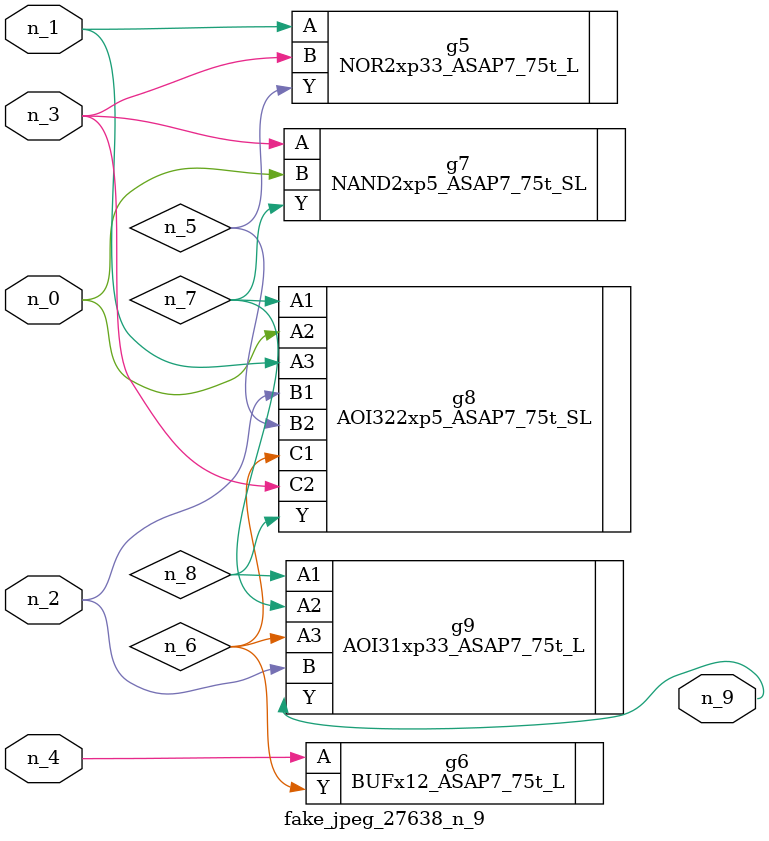
<source format=v>
module fake_jpeg_27638_n_9 (n_3, n_2, n_1, n_0, n_4, n_9);

input n_3;
input n_2;
input n_1;
input n_0;
input n_4;

output n_9;

wire n_8;
wire n_6;
wire n_5;
wire n_7;

NOR2xp33_ASAP7_75t_L g5 ( 
.A(n_1),
.B(n_3),
.Y(n_5)
);

BUFx12_ASAP7_75t_L g6 ( 
.A(n_4),
.Y(n_6)
);

NAND2xp5_ASAP7_75t_SL g7 ( 
.A(n_3),
.B(n_0),
.Y(n_7)
);

AOI322xp5_ASAP7_75t_SL g8 ( 
.A1(n_7),
.A2(n_0),
.A3(n_1),
.B1(n_2),
.B2(n_5),
.C1(n_6),
.C2(n_3),
.Y(n_8)
);

AOI31xp33_ASAP7_75t_L g9 ( 
.A1(n_8),
.A2(n_7),
.A3(n_6),
.B(n_2),
.Y(n_9)
);


endmodule
</source>
